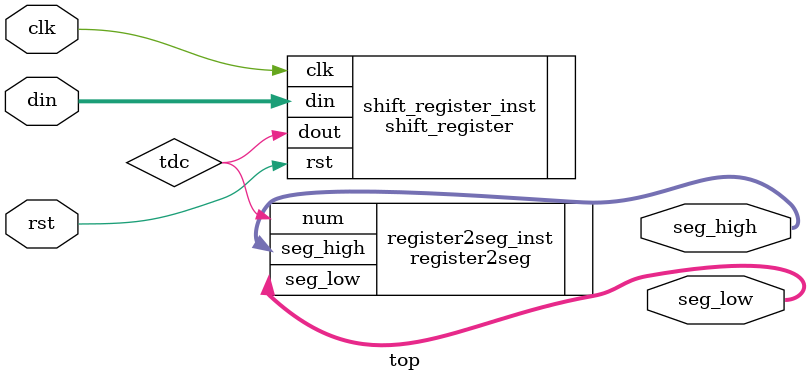
<source format=v>
module top(
    input [7:0] din,
    input rst,
    input clk,
    output reg [7:0] seg_high,
    output reg [7:0] seg_low
    );
    
    wire [7:0] y;
    
    shift_register shift_register_inst(
    .din(din),
    .rst(rst),
    .clk(clk),
    .dout(tdc)
    );
    
    register2seg register2seg_inst(
    .num(tdc),
    .seg_high(seg_high),
    .seg_low(seg_low)
    );
endmodule

</source>
